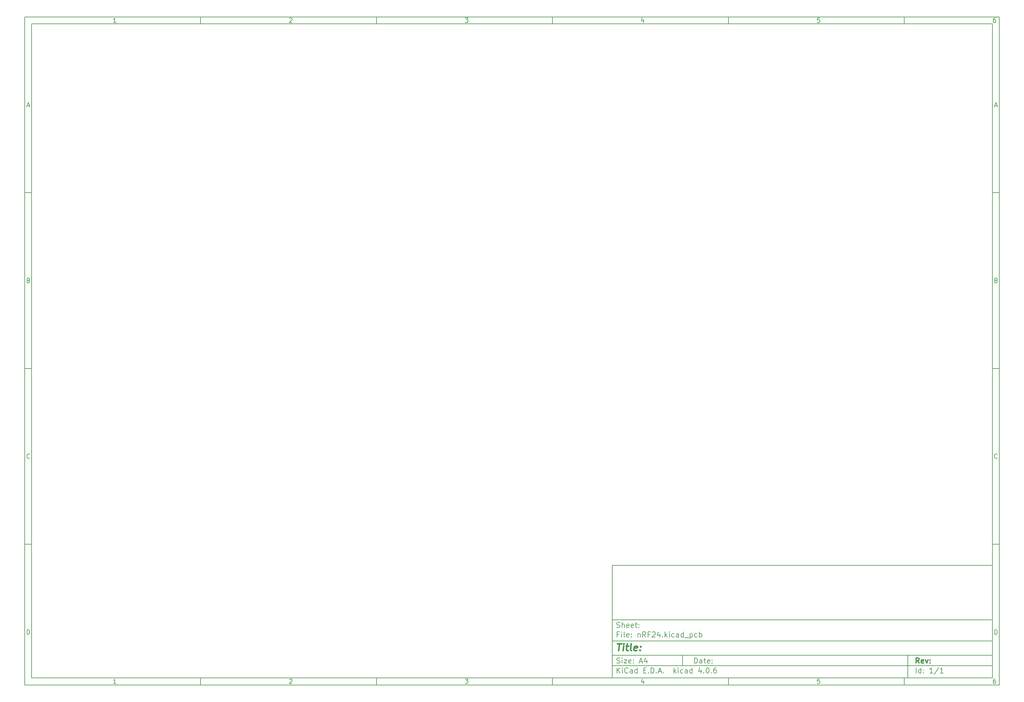
<source format=gbo>
G04 #@! TF.FileFunction,Legend,Bot*
%FSLAX46Y46*%
G04 Gerber Fmt 4.6, Leading zero omitted, Abs format (unit mm)*
G04 Created by KiCad (PCBNEW 4.0.6) date 06/21/17 09:44:36*
%MOMM*%
%LPD*%
G01*
G04 APERTURE LIST*
%ADD10C,0.100000*%
%ADD11C,0.150000*%
%ADD12C,0.300000*%
%ADD13C,0.400000*%
G04 APERTURE END LIST*
D10*
D11*
X177002200Y-166007200D02*
X177002200Y-198007200D01*
X285002200Y-198007200D01*
X285002200Y-166007200D01*
X177002200Y-166007200D01*
D10*
D11*
X10000000Y-10000000D02*
X10000000Y-200007200D01*
X287002200Y-200007200D01*
X287002200Y-10000000D01*
X10000000Y-10000000D01*
D10*
D11*
X12000000Y-12000000D02*
X12000000Y-198007200D01*
X285002200Y-198007200D01*
X285002200Y-12000000D01*
X12000000Y-12000000D01*
D10*
D11*
X60000000Y-12000000D02*
X60000000Y-10000000D01*
D10*
D11*
X110000000Y-12000000D02*
X110000000Y-10000000D01*
D10*
D11*
X160000000Y-12000000D02*
X160000000Y-10000000D01*
D10*
D11*
X210000000Y-12000000D02*
X210000000Y-10000000D01*
D10*
D11*
X260000000Y-12000000D02*
X260000000Y-10000000D01*
D10*
D11*
X35990476Y-11588095D02*
X35247619Y-11588095D01*
X35619048Y-11588095D02*
X35619048Y-10288095D01*
X35495238Y-10473810D01*
X35371429Y-10597619D01*
X35247619Y-10659524D01*
D10*
D11*
X85247619Y-10411905D02*
X85309524Y-10350000D01*
X85433333Y-10288095D01*
X85742857Y-10288095D01*
X85866667Y-10350000D01*
X85928571Y-10411905D01*
X85990476Y-10535714D01*
X85990476Y-10659524D01*
X85928571Y-10845238D01*
X85185714Y-11588095D01*
X85990476Y-11588095D01*
D10*
D11*
X135185714Y-10288095D02*
X135990476Y-10288095D01*
X135557143Y-10783333D01*
X135742857Y-10783333D01*
X135866667Y-10845238D01*
X135928571Y-10907143D01*
X135990476Y-11030952D01*
X135990476Y-11340476D01*
X135928571Y-11464286D01*
X135866667Y-11526190D01*
X135742857Y-11588095D01*
X135371429Y-11588095D01*
X135247619Y-11526190D01*
X135185714Y-11464286D01*
D10*
D11*
X185866667Y-10721429D02*
X185866667Y-11588095D01*
X185557143Y-10226190D02*
X185247619Y-11154762D01*
X186052381Y-11154762D01*
D10*
D11*
X235928571Y-10288095D02*
X235309524Y-10288095D01*
X235247619Y-10907143D01*
X235309524Y-10845238D01*
X235433333Y-10783333D01*
X235742857Y-10783333D01*
X235866667Y-10845238D01*
X235928571Y-10907143D01*
X235990476Y-11030952D01*
X235990476Y-11340476D01*
X235928571Y-11464286D01*
X235866667Y-11526190D01*
X235742857Y-11588095D01*
X235433333Y-11588095D01*
X235309524Y-11526190D01*
X235247619Y-11464286D01*
D10*
D11*
X285866667Y-10288095D02*
X285619048Y-10288095D01*
X285495238Y-10350000D01*
X285433333Y-10411905D01*
X285309524Y-10597619D01*
X285247619Y-10845238D01*
X285247619Y-11340476D01*
X285309524Y-11464286D01*
X285371429Y-11526190D01*
X285495238Y-11588095D01*
X285742857Y-11588095D01*
X285866667Y-11526190D01*
X285928571Y-11464286D01*
X285990476Y-11340476D01*
X285990476Y-11030952D01*
X285928571Y-10907143D01*
X285866667Y-10845238D01*
X285742857Y-10783333D01*
X285495238Y-10783333D01*
X285371429Y-10845238D01*
X285309524Y-10907143D01*
X285247619Y-11030952D01*
D10*
D11*
X60000000Y-198007200D02*
X60000000Y-200007200D01*
D10*
D11*
X110000000Y-198007200D02*
X110000000Y-200007200D01*
D10*
D11*
X160000000Y-198007200D02*
X160000000Y-200007200D01*
D10*
D11*
X210000000Y-198007200D02*
X210000000Y-200007200D01*
D10*
D11*
X260000000Y-198007200D02*
X260000000Y-200007200D01*
D10*
D11*
X35990476Y-199595295D02*
X35247619Y-199595295D01*
X35619048Y-199595295D02*
X35619048Y-198295295D01*
X35495238Y-198481010D01*
X35371429Y-198604819D01*
X35247619Y-198666724D01*
D10*
D11*
X85247619Y-198419105D02*
X85309524Y-198357200D01*
X85433333Y-198295295D01*
X85742857Y-198295295D01*
X85866667Y-198357200D01*
X85928571Y-198419105D01*
X85990476Y-198542914D01*
X85990476Y-198666724D01*
X85928571Y-198852438D01*
X85185714Y-199595295D01*
X85990476Y-199595295D01*
D10*
D11*
X135185714Y-198295295D02*
X135990476Y-198295295D01*
X135557143Y-198790533D01*
X135742857Y-198790533D01*
X135866667Y-198852438D01*
X135928571Y-198914343D01*
X135990476Y-199038152D01*
X135990476Y-199347676D01*
X135928571Y-199471486D01*
X135866667Y-199533390D01*
X135742857Y-199595295D01*
X135371429Y-199595295D01*
X135247619Y-199533390D01*
X135185714Y-199471486D01*
D10*
D11*
X185866667Y-198728629D02*
X185866667Y-199595295D01*
X185557143Y-198233390D02*
X185247619Y-199161962D01*
X186052381Y-199161962D01*
D10*
D11*
X235928571Y-198295295D02*
X235309524Y-198295295D01*
X235247619Y-198914343D01*
X235309524Y-198852438D01*
X235433333Y-198790533D01*
X235742857Y-198790533D01*
X235866667Y-198852438D01*
X235928571Y-198914343D01*
X235990476Y-199038152D01*
X235990476Y-199347676D01*
X235928571Y-199471486D01*
X235866667Y-199533390D01*
X235742857Y-199595295D01*
X235433333Y-199595295D01*
X235309524Y-199533390D01*
X235247619Y-199471486D01*
D10*
D11*
X285866667Y-198295295D02*
X285619048Y-198295295D01*
X285495238Y-198357200D01*
X285433333Y-198419105D01*
X285309524Y-198604819D01*
X285247619Y-198852438D01*
X285247619Y-199347676D01*
X285309524Y-199471486D01*
X285371429Y-199533390D01*
X285495238Y-199595295D01*
X285742857Y-199595295D01*
X285866667Y-199533390D01*
X285928571Y-199471486D01*
X285990476Y-199347676D01*
X285990476Y-199038152D01*
X285928571Y-198914343D01*
X285866667Y-198852438D01*
X285742857Y-198790533D01*
X285495238Y-198790533D01*
X285371429Y-198852438D01*
X285309524Y-198914343D01*
X285247619Y-199038152D01*
D10*
D11*
X10000000Y-60000000D02*
X12000000Y-60000000D01*
D10*
D11*
X10000000Y-110000000D02*
X12000000Y-110000000D01*
D10*
D11*
X10000000Y-160000000D02*
X12000000Y-160000000D01*
D10*
D11*
X10690476Y-35216667D02*
X11309524Y-35216667D01*
X10566667Y-35588095D02*
X11000000Y-34288095D01*
X11433333Y-35588095D01*
D10*
D11*
X11092857Y-84907143D02*
X11278571Y-84969048D01*
X11340476Y-85030952D01*
X11402381Y-85154762D01*
X11402381Y-85340476D01*
X11340476Y-85464286D01*
X11278571Y-85526190D01*
X11154762Y-85588095D01*
X10659524Y-85588095D01*
X10659524Y-84288095D01*
X11092857Y-84288095D01*
X11216667Y-84350000D01*
X11278571Y-84411905D01*
X11340476Y-84535714D01*
X11340476Y-84659524D01*
X11278571Y-84783333D01*
X11216667Y-84845238D01*
X11092857Y-84907143D01*
X10659524Y-84907143D01*
D10*
D11*
X11402381Y-135464286D02*
X11340476Y-135526190D01*
X11154762Y-135588095D01*
X11030952Y-135588095D01*
X10845238Y-135526190D01*
X10721429Y-135402381D01*
X10659524Y-135278571D01*
X10597619Y-135030952D01*
X10597619Y-134845238D01*
X10659524Y-134597619D01*
X10721429Y-134473810D01*
X10845238Y-134350000D01*
X11030952Y-134288095D01*
X11154762Y-134288095D01*
X11340476Y-134350000D01*
X11402381Y-134411905D01*
D10*
D11*
X10659524Y-185588095D02*
X10659524Y-184288095D01*
X10969048Y-184288095D01*
X11154762Y-184350000D01*
X11278571Y-184473810D01*
X11340476Y-184597619D01*
X11402381Y-184845238D01*
X11402381Y-185030952D01*
X11340476Y-185278571D01*
X11278571Y-185402381D01*
X11154762Y-185526190D01*
X10969048Y-185588095D01*
X10659524Y-185588095D01*
D10*
D11*
X287002200Y-60000000D02*
X285002200Y-60000000D01*
D10*
D11*
X287002200Y-110000000D02*
X285002200Y-110000000D01*
D10*
D11*
X287002200Y-160000000D02*
X285002200Y-160000000D01*
D10*
D11*
X285692676Y-35216667D02*
X286311724Y-35216667D01*
X285568867Y-35588095D02*
X286002200Y-34288095D01*
X286435533Y-35588095D01*
D10*
D11*
X286095057Y-84907143D02*
X286280771Y-84969048D01*
X286342676Y-85030952D01*
X286404581Y-85154762D01*
X286404581Y-85340476D01*
X286342676Y-85464286D01*
X286280771Y-85526190D01*
X286156962Y-85588095D01*
X285661724Y-85588095D01*
X285661724Y-84288095D01*
X286095057Y-84288095D01*
X286218867Y-84350000D01*
X286280771Y-84411905D01*
X286342676Y-84535714D01*
X286342676Y-84659524D01*
X286280771Y-84783333D01*
X286218867Y-84845238D01*
X286095057Y-84907143D01*
X285661724Y-84907143D01*
D10*
D11*
X286404581Y-135464286D02*
X286342676Y-135526190D01*
X286156962Y-135588095D01*
X286033152Y-135588095D01*
X285847438Y-135526190D01*
X285723629Y-135402381D01*
X285661724Y-135278571D01*
X285599819Y-135030952D01*
X285599819Y-134845238D01*
X285661724Y-134597619D01*
X285723629Y-134473810D01*
X285847438Y-134350000D01*
X286033152Y-134288095D01*
X286156962Y-134288095D01*
X286342676Y-134350000D01*
X286404581Y-134411905D01*
D10*
D11*
X285661724Y-185588095D02*
X285661724Y-184288095D01*
X285971248Y-184288095D01*
X286156962Y-184350000D01*
X286280771Y-184473810D01*
X286342676Y-184597619D01*
X286404581Y-184845238D01*
X286404581Y-185030952D01*
X286342676Y-185278571D01*
X286280771Y-185402381D01*
X286156962Y-185526190D01*
X285971248Y-185588095D01*
X285661724Y-185588095D01*
D10*
D11*
X200359343Y-193785771D02*
X200359343Y-192285771D01*
X200716486Y-192285771D01*
X200930771Y-192357200D01*
X201073629Y-192500057D01*
X201145057Y-192642914D01*
X201216486Y-192928629D01*
X201216486Y-193142914D01*
X201145057Y-193428629D01*
X201073629Y-193571486D01*
X200930771Y-193714343D01*
X200716486Y-193785771D01*
X200359343Y-193785771D01*
X202502200Y-193785771D02*
X202502200Y-193000057D01*
X202430771Y-192857200D01*
X202287914Y-192785771D01*
X202002200Y-192785771D01*
X201859343Y-192857200D01*
X202502200Y-193714343D02*
X202359343Y-193785771D01*
X202002200Y-193785771D01*
X201859343Y-193714343D01*
X201787914Y-193571486D01*
X201787914Y-193428629D01*
X201859343Y-193285771D01*
X202002200Y-193214343D01*
X202359343Y-193214343D01*
X202502200Y-193142914D01*
X203002200Y-192785771D02*
X203573629Y-192785771D01*
X203216486Y-192285771D02*
X203216486Y-193571486D01*
X203287914Y-193714343D01*
X203430772Y-193785771D01*
X203573629Y-193785771D01*
X204645057Y-193714343D02*
X204502200Y-193785771D01*
X204216486Y-193785771D01*
X204073629Y-193714343D01*
X204002200Y-193571486D01*
X204002200Y-193000057D01*
X204073629Y-192857200D01*
X204216486Y-192785771D01*
X204502200Y-192785771D01*
X204645057Y-192857200D01*
X204716486Y-193000057D01*
X204716486Y-193142914D01*
X204002200Y-193285771D01*
X205359343Y-193642914D02*
X205430771Y-193714343D01*
X205359343Y-193785771D01*
X205287914Y-193714343D01*
X205359343Y-193642914D01*
X205359343Y-193785771D01*
X205359343Y-192857200D02*
X205430771Y-192928629D01*
X205359343Y-193000057D01*
X205287914Y-192928629D01*
X205359343Y-192857200D01*
X205359343Y-193000057D01*
D10*
D11*
X177002200Y-194507200D02*
X285002200Y-194507200D01*
D10*
D11*
X178359343Y-196585771D02*
X178359343Y-195085771D01*
X179216486Y-196585771D02*
X178573629Y-195728629D01*
X179216486Y-195085771D02*
X178359343Y-195942914D01*
X179859343Y-196585771D02*
X179859343Y-195585771D01*
X179859343Y-195085771D02*
X179787914Y-195157200D01*
X179859343Y-195228629D01*
X179930771Y-195157200D01*
X179859343Y-195085771D01*
X179859343Y-195228629D01*
X181430772Y-196442914D02*
X181359343Y-196514343D01*
X181145057Y-196585771D01*
X181002200Y-196585771D01*
X180787915Y-196514343D01*
X180645057Y-196371486D01*
X180573629Y-196228629D01*
X180502200Y-195942914D01*
X180502200Y-195728629D01*
X180573629Y-195442914D01*
X180645057Y-195300057D01*
X180787915Y-195157200D01*
X181002200Y-195085771D01*
X181145057Y-195085771D01*
X181359343Y-195157200D01*
X181430772Y-195228629D01*
X182716486Y-196585771D02*
X182716486Y-195800057D01*
X182645057Y-195657200D01*
X182502200Y-195585771D01*
X182216486Y-195585771D01*
X182073629Y-195657200D01*
X182716486Y-196514343D02*
X182573629Y-196585771D01*
X182216486Y-196585771D01*
X182073629Y-196514343D01*
X182002200Y-196371486D01*
X182002200Y-196228629D01*
X182073629Y-196085771D01*
X182216486Y-196014343D01*
X182573629Y-196014343D01*
X182716486Y-195942914D01*
X184073629Y-196585771D02*
X184073629Y-195085771D01*
X184073629Y-196514343D02*
X183930772Y-196585771D01*
X183645058Y-196585771D01*
X183502200Y-196514343D01*
X183430772Y-196442914D01*
X183359343Y-196300057D01*
X183359343Y-195871486D01*
X183430772Y-195728629D01*
X183502200Y-195657200D01*
X183645058Y-195585771D01*
X183930772Y-195585771D01*
X184073629Y-195657200D01*
X185930772Y-195800057D02*
X186430772Y-195800057D01*
X186645058Y-196585771D02*
X185930772Y-196585771D01*
X185930772Y-195085771D01*
X186645058Y-195085771D01*
X187287915Y-196442914D02*
X187359343Y-196514343D01*
X187287915Y-196585771D01*
X187216486Y-196514343D01*
X187287915Y-196442914D01*
X187287915Y-196585771D01*
X188002201Y-196585771D02*
X188002201Y-195085771D01*
X188359344Y-195085771D01*
X188573629Y-195157200D01*
X188716487Y-195300057D01*
X188787915Y-195442914D01*
X188859344Y-195728629D01*
X188859344Y-195942914D01*
X188787915Y-196228629D01*
X188716487Y-196371486D01*
X188573629Y-196514343D01*
X188359344Y-196585771D01*
X188002201Y-196585771D01*
X189502201Y-196442914D02*
X189573629Y-196514343D01*
X189502201Y-196585771D01*
X189430772Y-196514343D01*
X189502201Y-196442914D01*
X189502201Y-196585771D01*
X190145058Y-196157200D02*
X190859344Y-196157200D01*
X190002201Y-196585771D02*
X190502201Y-195085771D01*
X191002201Y-196585771D01*
X191502201Y-196442914D02*
X191573629Y-196514343D01*
X191502201Y-196585771D01*
X191430772Y-196514343D01*
X191502201Y-196442914D01*
X191502201Y-196585771D01*
X194502201Y-196585771D02*
X194502201Y-195085771D01*
X194645058Y-196014343D02*
X195073629Y-196585771D01*
X195073629Y-195585771D02*
X194502201Y-196157200D01*
X195716487Y-196585771D02*
X195716487Y-195585771D01*
X195716487Y-195085771D02*
X195645058Y-195157200D01*
X195716487Y-195228629D01*
X195787915Y-195157200D01*
X195716487Y-195085771D01*
X195716487Y-195228629D01*
X197073630Y-196514343D02*
X196930773Y-196585771D01*
X196645059Y-196585771D01*
X196502201Y-196514343D01*
X196430773Y-196442914D01*
X196359344Y-196300057D01*
X196359344Y-195871486D01*
X196430773Y-195728629D01*
X196502201Y-195657200D01*
X196645059Y-195585771D01*
X196930773Y-195585771D01*
X197073630Y-195657200D01*
X198359344Y-196585771D02*
X198359344Y-195800057D01*
X198287915Y-195657200D01*
X198145058Y-195585771D01*
X197859344Y-195585771D01*
X197716487Y-195657200D01*
X198359344Y-196514343D02*
X198216487Y-196585771D01*
X197859344Y-196585771D01*
X197716487Y-196514343D01*
X197645058Y-196371486D01*
X197645058Y-196228629D01*
X197716487Y-196085771D01*
X197859344Y-196014343D01*
X198216487Y-196014343D01*
X198359344Y-195942914D01*
X199716487Y-196585771D02*
X199716487Y-195085771D01*
X199716487Y-196514343D02*
X199573630Y-196585771D01*
X199287916Y-196585771D01*
X199145058Y-196514343D01*
X199073630Y-196442914D01*
X199002201Y-196300057D01*
X199002201Y-195871486D01*
X199073630Y-195728629D01*
X199145058Y-195657200D01*
X199287916Y-195585771D01*
X199573630Y-195585771D01*
X199716487Y-195657200D01*
X202216487Y-195585771D02*
X202216487Y-196585771D01*
X201859344Y-195014343D02*
X201502201Y-196085771D01*
X202430773Y-196085771D01*
X203002201Y-196442914D02*
X203073629Y-196514343D01*
X203002201Y-196585771D01*
X202930772Y-196514343D01*
X203002201Y-196442914D01*
X203002201Y-196585771D01*
X204002201Y-195085771D02*
X204145058Y-195085771D01*
X204287915Y-195157200D01*
X204359344Y-195228629D01*
X204430773Y-195371486D01*
X204502201Y-195657200D01*
X204502201Y-196014343D01*
X204430773Y-196300057D01*
X204359344Y-196442914D01*
X204287915Y-196514343D01*
X204145058Y-196585771D01*
X204002201Y-196585771D01*
X203859344Y-196514343D01*
X203787915Y-196442914D01*
X203716487Y-196300057D01*
X203645058Y-196014343D01*
X203645058Y-195657200D01*
X203716487Y-195371486D01*
X203787915Y-195228629D01*
X203859344Y-195157200D01*
X204002201Y-195085771D01*
X205145058Y-196442914D02*
X205216486Y-196514343D01*
X205145058Y-196585771D01*
X205073629Y-196514343D01*
X205145058Y-196442914D01*
X205145058Y-196585771D01*
X206502201Y-195085771D02*
X206216487Y-195085771D01*
X206073630Y-195157200D01*
X206002201Y-195228629D01*
X205859344Y-195442914D01*
X205787915Y-195728629D01*
X205787915Y-196300057D01*
X205859344Y-196442914D01*
X205930772Y-196514343D01*
X206073630Y-196585771D01*
X206359344Y-196585771D01*
X206502201Y-196514343D01*
X206573630Y-196442914D01*
X206645058Y-196300057D01*
X206645058Y-195942914D01*
X206573630Y-195800057D01*
X206502201Y-195728629D01*
X206359344Y-195657200D01*
X206073630Y-195657200D01*
X205930772Y-195728629D01*
X205859344Y-195800057D01*
X205787915Y-195942914D01*
D10*
D11*
X177002200Y-191507200D02*
X285002200Y-191507200D01*
D10*
D12*
X264216486Y-193785771D02*
X263716486Y-193071486D01*
X263359343Y-193785771D02*
X263359343Y-192285771D01*
X263930771Y-192285771D01*
X264073629Y-192357200D01*
X264145057Y-192428629D01*
X264216486Y-192571486D01*
X264216486Y-192785771D01*
X264145057Y-192928629D01*
X264073629Y-193000057D01*
X263930771Y-193071486D01*
X263359343Y-193071486D01*
X265430771Y-193714343D02*
X265287914Y-193785771D01*
X265002200Y-193785771D01*
X264859343Y-193714343D01*
X264787914Y-193571486D01*
X264787914Y-193000057D01*
X264859343Y-192857200D01*
X265002200Y-192785771D01*
X265287914Y-192785771D01*
X265430771Y-192857200D01*
X265502200Y-193000057D01*
X265502200Y-193142914D01*
X264787914Y-193285771D01*
X266002200Y-192785771D02*
X266359343Y-193785771D01*
X266716485Y-192785771D01*
X267287914Y-193642914D02*
X267359342Y-193714343D01*
X267287914Y-193785771D01*
X267216485Y-193714343D01*
X267287914Y-193642914D01*
X267287914Y-193785771D01*
X267287914Y-192857200D02*
X267359342Y-192928629D01*
X267287914Y-193000057D01*
X267216485Y-192928629D01*
X267287914Y-192857200D01*
X267287914Y-193000057D01*
D10*
D11*
X178287914Y-193714343D02*
X178502200Y-193785771D01*
X178859343Y-193785771D01*
X179002200Y-193714343D01*
X179073629Y-193642914D01*
X179145057Y-193500057D01*
X179145057Y-193357200D01*
X179073629Y-193214343D01*
X179002200Y-193142914D01*
X178859343Y-193071486D01*
X178573629Y-193000057D01*
X178430771Y-192928629D01*
X178359343Y-192857200D01*
X178287914Y-192714343D01*
X178287914Y-192571486D01*
X178359343Y-192428629D01*
X178430771Y-192357200D01*
X178573629Y-192285771D01*
X178930771Y-192285771D01*
X179145057Y-192357200D01*
X179787914Y-193785771D02*
X179787914Y-192785771D01*
X179787914Y-192285771D02*
X179716485Y-192357200D01*
X179787914Y-192428629D01*
X179859342Y-192357200D01*
X179787914Y-192285771D01*
X179787914Y-192428629D01*
X180359343Y-192785771D02*
X181145057Y-192785771D01*
X180359343Y-193785771D01*
X181145057Y-193785771D01*
X182287914Y-193714343D02*
X182145057Y-193785771D01*
X181859343Y-193785771D01*
X181716486Y-193714343D01*
X181645057Y-193571486D01*
X181645057Y-193000057D01*
X181716486Y-192857200D01*
X181859343Y-192785771D01*
X182145057Y-192785771D01*
X182287914Y-192857200D01*
X182359343Y-193000057D01*
X182359343Y-193142914D01*
X181645057Y-193285771D01*
X183002200Y-193642914D02*
X183073628Y-193714343D01*
X183002200Y-193785771D01*
X182930771Y-193714343D01*
X183002200Y-193642914D01*
X183002200Y-193785771D01*
X183002200Y-192857200D02*
X183073628Y-192928629D01*
X183002200Y-193000057D01*
X182930771Y-192928629D01*
X183002200Y-192857200D01*
X183002200Y-193000057D01*
X184787914Y-193357200D02*
X185502200Y-193357200D01*
X184645057Y-193785771D02*
X185145057Y-192285771D01*
X185645057Y-193785771D01*
X186787914Y-192785771D02*
X186787914Y-193785771D01*
X186430771Y-192214343D02*
X186073628Y-193285771D01*
X187002200Y-193285771D01*
D10*
D11*
X263359343Y-196585771D02*
X263359343Y-195085771D01*
X264716486Y-196585771D02*
X264716486Y-195085771D01*
X264716486Y-196514343D02*
X264573629Y-196585771D01*
X264287915Y-196585771D01*
X264145057Y-196514343D01*
X264073629Y-196442914D01*
X264002200Y-196300057D01*
X264002200Y-195871486D01*
X264073629Y-195728629D01*
X264145057Y-195657200D01*
X264287915Y-195585771D01*
X264573629Y-195585771D01*
X264716486Y-195657200D01*
X265430772Y-196442914D02*
X265502200Y-196514343D01*
X265430772Y-196585771D01*
X265359343Y-196514343D01*
X265430772Y-196442914D01*
X265430772Y-196585771D01*
X265430772Y-195657200D02*
X265502200Y-195728629D01*
X265430772Y-195800057D01*
X265359343Y-195728629D01*
X265430772Y-195657200D01*
X265430772Y-195800057D01*
X268073629Y-196585771D02*
X267216486Y-196585771D01*
X267645058Y-196585771D02*
X267645058Y-195085771D01*
X267502201Y-195300057D01*
X267359343Y-195442914D01*
X267216486Y-195514343D01*
X269787914Y-195014343D02*
X268502200Y-196942914D01*
X271073629Y-196585771D02*
X270216486Y-196585771D01*
X270645058Y-196585771D02*
X270645058Y-195085771D01*
X270502201Y-195300057D01*
X270359343Y-195442914D01*
X270216486Y-195514343D01*
D10*
D11*
X177002200Y-187507200D02*
X285002200Y-187507200D01*
D10*
D13*
X178454581Y-188211962D02*
X179597438Y-188211962D01*
X178776010Y-190211962D02*
X179026010Y-188211962D01*
X180014105Y-190211962D02*
X180180771Y-188878629D01*
X180264105Y-188211962D02*
X180156962Y-188307200D01*
X180240295Y-188402438D01*
X180347439Y-188307200D01*
X180264105Y-188211962D01*
X180240295Y-188402438D01*
X180847438Y-188878629D02*
X181609343Y-188878629D01*
X181216486Y-188211962D02*
X181002200Y-189926248D01*
X181073630Y-190116724D01*
X181252201Y-190211962D01*
X181442677Y-190211962D01*
X182395058Y-190211962D02*
X182216487Y-190116724D01*
X182145057Y-189926248D01*
X182359343Y-188211962D01*
X183930772Y-190116724D02*
X183728391Y-190211962D01*
X183347439Y-190211962D01*
X183168867Y-190116724D01*
X183097438Y-189926248D01*
X183192676Y-189164343D01*
X183311724Y-188973867D01*
X183514105Y-188878629D01*
X183895057Y-188878629D01*
X184073629Y-188973867D01*
X184145057Y-189164343D01*
X184121248Y-189354819D01*
X183145057Y-189545295D01*
X184895057Y-190021486D02*
X184978392Y-190116724D01*
X184871248Y-190211962D01*
X184787915Y-190116724D01*
X184895057Y-190021486D01*
X184871248Y-190211962D01*
X185026010Y-188973867D02*
X185109344Y-189069105D01*
X185002200Y-189164343D01*
X184918867Y-189069105D01*
X185026010Y-188973867D01*
X185002200Y-189164343D01*
D10*
D11*
X178859343Y-185600057D02*
X178359343Y-185600057D01*
X178359343Y-186385771D02*
X178359343Y-184885771D01*
X179073629Y-184885771D01*
X179645057Y-186385771D02*
X179645057Y-185385771D01*
X179645057Y-184885771D02*
X179573628Y-184957200D01*
X179645057Y-185028629D01*
X179716485Y-184957200D01*
X179645057Y-184885771D01*
X179645057Y-185028629D01*
X180573629Y-186385771D02*
X180430771Y-186314343D01*
X180359343Y-186171486D01*
X180359343Y-184885771D01*
X181716485Y-186314343D02*
X181573628Y-186385771D01*
X181287914Y-186385771D01*
X181145057Y-186314343D01*
X181073628Y-186171486D01*
X181073628Y-185600057D01*
X181145057Y-185457200D01*
X181287914Y-185385771D01*
X181573628Y-185385771D01*
X181716485Y-185457200D01*
X181787914Y-185600057D01*
X181787914Y-185742914D01*
X181073628Y-185885771D01*
X182430771Y-186242914D02*
X182502199Y-186314343D01*
X182430771Y-186385771D01*
X182359342Y-186314343D01*
X182430771Y-186242914D01*
X182430771Y-186385771D01*
X182430771Y-185457200D02*
X182502199Y-185528629D01*
X182430771Y-185600057D01*
X182359342Y-185528629D01*
X182430771Y-185457200D01*
X182430771Y-185600057D01*
X184287914Y-185385771D02*
X184287914Y-186385771D01*
X184287914Y-185528629D02*
X184359342Y-185457200D01*
X184502200Y-185385771D01*
X184716485Y-185385771D01*
X184859342Y-185457200D01*
X184930771Y-185600057D01*
X184930771Y-186385771D01*
X186502200Y-186385771D02*
X186002200Y-185671486D01*
X185645057Y-186385771D02*
X185645057Y-184885771D01*
X186216485Y-184885771D01*
X186359343Y-184957200D01*
X186430771Y-185028629D01*
X186502200Y-185171486D01*
X186502200Y-185385771D01*
X186430771Y-185528629D01*
X186359343Y-185600057D01*
X186216485Y-185671486D01*
X185645057Y-185671486D01*
X187645057Y-185600057D02*
X187145057Y-185600057D01*
X187145057Y-186385771D02*
X187145057Y-184885771D01*
X187859343Y-184885771D01*
X188359342Y-185028629D02*
X188430771Y-184957200D01*
X188573628Y-184885771D01*
X188930771Y-184885771D01*
X189073628Y-184957200D01*
X189145057Y-185028629D01*
X189216485Y-185171486D01*
X189216485Y-185314343D01*
X189145057Y-185528629D01*
X188287914Y-186385771D01*
X189216485Y-186385771D01*
X190502199Y-185385771D02*
X190502199Y-186385771D01*
X190145056Y-184814343D02*
X189787913Y-185885771D01*
X190716485Y-185885771D01*
X191287913Y-186242914D02*
X191359341Y-186314343D01*
X191287913Y-186385771D01*
X191216484Y-186314343D01*
X191287913Y-186242914D01*
X191287913Y-186385771D01*
X192002199Y-186385771D02*
X192002199Y-184885771D01*
X192145056Y-185814343D02*
X192573627Y-186385771D01*
X192573627Y-185385771D02*
X192002199Y-185957200D01*
X193216485Y-186385771D02*
X193216485Y-185385771D01*
X193216485Y-184885771D02*
X193145056Y-184957200D01*
X193216485Y-185028629D01*
X193287913Y-184957200D01*
X193216485Y-184885771D01*
X193216485Y-185028629D01*
X194573628Y-186314343D02*
X194430771Y-186385771D01*
X194145057Y-186385771D01*
X194002199Y-186314343D01*
X193930771Y-186242914D01*
X193859342Y-186100057D01*
X193859342Y-185671486D01*
X193930771Y-185528629D01*
X194002199Y-185457200D01*
X194145057Y-185385771D01*
X194430771Y-185385771D01*
X194573628Y-185457200D01*
X195859342Y-186385771D02*
X195859342Y-185600057D01*
X195787913Y-185457200D01*
X195645056Y-185385771D01*
X195359342Y-185385771D01*
X195216485Y-185457200D01*
X195859342Y-186314343D02*
X195716485Y-186385771D01*
X195359342Y-186385771D01*
X195216485Y-186314343D01*
X195145056Y-186171486D01*
X195145056Y-186028629D01*
X195216485Y-185885771D01*
X195359342Y-185814343D01*
X195716485Y-185814343D01*
X195859342Y-185742914D01*
X197216485Y-186385771D02*
X197216485Y-184885771D01*
X197216485Y-186314343D02*
X197073628Y-186385771D01*
X196787914Y-186385771D01*
X196645056Y-186314343D01*
X196573628Y-186242914D01*
X196502199Y-186100057D01*
X196502199Y-185671486D01*
X196573628Y-185528629D01*
X196645056Y-185457200D01*
X196787914Y-185385771D01*
X197073628Y-185385771D01*
X197216485Y-185457200D01*
X197573628Y-186528629D02*
X198716485Y-186528629D01*
X199073628Y-185385771D02*
X199073628Y-186885771D01*
X199073628Y-185457200D02*
X199216485Y-185385771D01*
X199502199Y-185385771D01*
X199645056Y-185457200D01*
X199716485Y-185528629D01*
X199787914Y-185671486D01*
X199787914Y-186100057D01*
X199716485Y-186242914D01*
X199645056Y-186314343D01*
X199502199Y-186385771D01*
X199216485Y-186385771D01*
X199073628Y-186314343D01*
X201073628Y-186314343D02*
X200930771Y-186385771D01*
X200645057Y-186385771D01*
X200502199Y-186314343D01*
X200430771Y-186242914D01*
X200359342Y-186100057D01*
X200359342Y-185671486D01*
X200430771Y-185528629D01*
X200502199Y-185457200D01*
X200645057Y-185385771D01*
X200930771Y-185385771D01*
X201073628Y-185457200D01*
X201716485Y-186385771D02*
X201716485Y-184885771D01*
X201716485Y-185457200D02*
X201859342Y-185385771D01*
X202145056Y-185385771D01*
X202287913Y-185457200D01*
X202359342Y-185528629D01*
X202430771Y-185671486D01*
X202430771Y-186100057D01*
X202359342Y-186242914D01*
X202287913Y-186314343D01*
X202145056Y-186385771D01*
X201859342Y-186385771D01*
X201716485Y-186314343D01*
D10*
D11*
X177002200Y-181507200D02*
X285002200Y-181507200D01*
D10*
D11*
X178287914Y-183614343D02*
X178502200Y-183685771D01*
X178859343Y-183685771D01*
X179002200Y-183614343D01*
X179073629Y-183542914D01*
X179145057Y-183400057D01*
X179145057Y-183257200D01*
X179073629Y-183114343D01*
X179002200Y-183042914D01*
X178859343Y-182971486D01*
X178573629Y-182900057D01*
X178430771Y-182828629D01*
X178359343Y-182757200D01*
X178287914Y-182614343D01*
X178287914Y-182471486D01*
X178359343Y-182328629D01*
X178430771Y-182257200D01*
X178573629Y-182185771D01*
X178930771Y-182185771D01*
X179145057Y-182257200D01*
X179787914Y-183685771D02*
X179787914Y-182185771D01*
X180430771Y-183685771D02*
X180430771Y-182900057D01*
X180359342Y-182757200D01*
X180216485Y-182685771D01*
X180002200Y-182685771D01*
X179859342Y-182757200D01*
X179787914Y-182828629D01*
X181716485Y-183614343D02*
X181573628Y-183685771D01*
X181287914Y-183685771D01*
X181145057Y-183614343D01*
X181073628Y-183471486D01*
X181073628Y-182900057D01*
X181145057Y-182757200D01*
X181287914Y-182685771D01*
X181573628Y-182685771D01*
X181716485Y-182757200D01*
X181787914Y-182900057D01*
X181787914Y-183042914D01*
X181073628Y-183185771D01*
X183002199Y-183614343D02*
X182859342Y-183685771D01*
X182573628Y-183685771D01*
X182430771Y-183614343D01*
X182359342Y-183471486D01*
X182359342Y-182900057D01*
X182430771Y-182757200D01*
X182573628Y-182685771D01*
X182859342Y-182685771D01*
X183002199Y-182757200D01*
X183073628Y-182900057D01*
X183073628Y-183042914D01*
X182359342Y-183185771D01*
X183502199Y-182685771D02*
X184073628Y-182685771D01*
X183716485Y-182185771D02*
X183716485Y-183471486D01*
X183787913Y-183614343D01*
X183930771Y-183685771D01*
X184073628Y-183685771D01*
X184573628Y-183542914D02*
X184645056Y-183614343D01*
X184573628Y-183685771D01*
X184502199Y-183614343D01*
X184573628Y-183542914D01*
X184573628Y-183685771D01*
X184573628Y-182757200D02*
X184645056Y-182828629D01*
X184573628Y-182900057D01*
X184502199Y-182828629D01*
X184573628Y-182757200D01*
X184573628Y-182900057D01*
D10*
D11*
X197002200Y-191507200D02*
X197002200Y-194507200D01*
D10*
D11*
X261002200Y-191507200D02*
X261002200Y-198007200D01*
M02*

</source>
